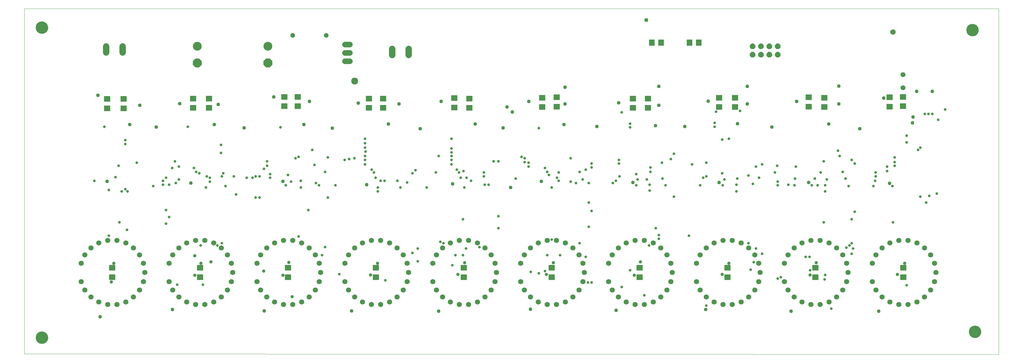
<source format=gbs>
G75*
%MOIN*%
%OFA0B0*%
%FSLAX25Y25*%
%IPPOS*%
%LPD*%
%AMOC8*
5,1,8,0,0,1.08239X$1,22.5*
%
%ADD10C,0.00000*%
%ADD11C,0.06200*%
%ADD12OC8,0.05400*%
%ADD13C,0.10600*%
%ADD14OC8,0.10600*%
%ADD15C,0.06600*%
%ADD16C,0.07650*%
%ADD17C,0.14773*%
%ADD18R,0.07687X0.06899*%
%ADD19R,0.06899X0.07698*%
%ADD20OC8,0.06600*%
%ADD21C,0.04362*%
%ADD22C,0.03300*%
%ADD23C,0.08277*%
%ADD24C,0.03969*%
%ADD25C,0.05915*%
%ADD26C,0.06506*%
%ADD27R,0.04362X0.04362*%
D10*
X0001500Y0002000D02*
X0001500Y0415201D01*
X1165421Y0415201D01*
X1165421Y0001500D01*
X0001500Y0002000D01*
X0015413Y0021500D02*
X0015415Y0021674D01*
X0015422Y0021848D01*
X0015432Y0022021D01*
X0015447Y0022195D01*
X0015466Y0022368D01*
X0015490Y0022540D01*
X0015517Y0022712D01*
X0015549Y0022883D01*
X0015585Y0023053D01*
X0015625Y0023222D01*
X0015670Y0023390D01*
X0015718Y0023557D01*
X0015771Y0023723D01*
X0015827Y0023888D01*
X0015888Y0024051D01*
X0015952Y0024212D01*
X0016021Y0024372D01*
X0016093Y0024530D01*
X0016170Y0024686D01*
X0016250Y0024841D01*
X0016334Y0024993D01*
X0016421Y0025143D01*
X0016513Y0025292D01*
X0016607Y0025437D01*
X0016706Y0025581D01*
X0016808Y0025722D01*
X0016913Y0025860D01*
X0017022Y0025996D01*
X0017134Y0026129D01*
X0017249Y0026259D01*
X0017367Y0026387D01*
X0017489Y0026511D01*
X0017613Y0026633D01*
X0017741Y0026751D01*
X0017871Y0026866D01*
X0018004Y0026978D01*
X0018140Y0027087D01*
X0018278Y0027192D01*
X0018419Y0027294D01*
X0018563Y0027393D01*
X0018708Y0027487D01*
X0018857Y0027579D01*
X0019007Y0027666D01*
X0019159Y0027750D01*
X0019314Y0027830D01*
X0019470Y0027907D01*
X0019628Y0027979D01*
X0019788Y0028048D01*
X0019949Y0028112D01*
X0020112Y0028173D01*
X0020277Y0028229D01*
X0020443Y0028282D01*
X0020610Y0028330D01*
X0020778Y0028375D01*
X0020947Y0028415D01*
X0021117Y0028451D01*
X0021288Y0028483D01*
X0021460Y0028510D01*
X0021632Y0028534D01*
X0021805Y0028553D01*
X0021979Y0028568D01*
X0022152Y0028578D01*
X0022326Y0028585D01*
X0022500Y0028587D01*
X0022674Y0028585D01*
X0022848Y0028578D01*
X0023021Y0028568D01*
X0023195Y0028553D01*
X0023368Y0028534D01*
X0023540Y0028510D01*
X0023712Y0028483D01*
X0023883Y0028451D01*
X0024053Y0028415D01*
X0024222Y0028375D01*
X0024390Y0028330D01*
X0024557Y0028282D01*
X0024723Y0028229D01*
X0024888Y0028173D01*
X0025051Y0028112D01*
X0025212Y0028048D01*
X0025372Y0027979D01*
X0025530Y0027907D01*
X0025686Y0027830D01*
X0025841Y0027750D01*
X0025993Y0027666D01*
X0026143Y0027579D01*
X0026292Y0027487D01*
X0026437Y0027393D01*
X0026581Y0027294D01*
X0026722Y0027192D01*
X0026860Y0027087D01*
X0026996Y0026978D01*
X0027129Y0026866D01*
X0027259Y0026751D01*
X0027387Y0026633D01*
X0027511Y0026511D01*
X0027633Y0026387D01*
X0027751Y0026259D01*
X0027866Y0026129D01*
X0027978Y0025996D01*
X0028087Y0025860D01*
X0028192Y0025722D01*
X0028294Y0025581D01*
X0028393Y0025437D01*
X0028487Y0025292D01*
X0028579Y0025143D01*
X0028666Y0024993D01*
X0028750Y0024841D01*
X0028830Y0024686D01*
X0028907Y0024530D01*
X0028979Y0024372D01*
X0029048Y0024212D01*
X0029112Y0024051D01*
X0029173Y0023888D01*
X0029229Y0023723D01*
X0029282Y0023557D01*
X0029330Y0023390D01*
X0029375Y0023222D01*
X0029415Y0023053D01*
X0029451Y0022883D01*
X0029483Y0022712D01*
X0029510Y0022540D01*
X0029534Y0022368D01*
X0029553Y0022195D01*
X0029568Y0022021D01*
X0029578Y0021848D01*
X0029585Y0021674D01*
X0029587Y0021500D01*
X0029585Y0021326D01*
X0029578Y0021152D01*
X0029568Y0020979D01*
X0029553Y0020805D01*
X0029534Y0020632D01*
X0029510Y0020460D01*
X0029483Y0020288D01*
X0029451Y0020117D01*
X0029415Y0019947D01*
X0029375Y0019778D01*
X0029330Y0019610D01*
X0029282Y0019443D01*
X0029229Y0019277D01*
X0029173Y0019112D01*
X0029112Y0018949D01*
X0029048Y0018788D01*
X0028979Y0018628D01*
X0028907Y0018470D01*
X0028830Y0018314D01*
X0028750Y0018159D01*
X0028666Y0018007D01*
X0028579Y0017857D01*
X0028487Y0017708D01*
X0028393Y0017563D01*
X0028294Y0017419D01*
X0028192Y0017278D01*
X0028087Y0017140D01*
X0027978Y0017004D01*
X0027866Y0016871D01*
X0027751Y0016741D01*
X0027633Y0016613D01*
X0027511Y0016489D01*
X0027387Y0016367D01*
X0027259Y0016249D01*
X0027129Y0016134D01*
X0026996Y0016022D01*
X0026860Y0015913D01*
X0026722Y0015808D01*
X0026581Y0015706D01*
X0026437Y0015607D01*
X0026292Y0015513D01*
X0026143Y0015421D01*
X0025993Y0015334D01*
X0025841Y0015250D01*
X0025686Y0015170D01*
X0025530Y0015093D01*
X0025372Y0015021D01*
X0025212Y0014952D01*
X0025051Y0014888D01*
X0024888Y0014827D01*
X0024723Y0014771D01*
X0024557Y0014718D01*
X0024390Y0014670D01*
X0024222Y0014625D01*
X0024053Y0014585D01*
X0023883Y0014549D01*
X0023712Y0014517D01*
X0023540Y0014490D01*
X0023368Y0014466D01*
X0023195Y0014447D01*
X0023021Y0014432D01*
X0022848Y0014422D01*
X0022674Y0014415D01*
X0022500Y0014413D01*
X0022326Y0014415D01*
X0022152Y0014422D01*
X0021979Y0014432D01*
X0021805Y0014447D01*
X0021632Y0014466D01*
X0021460Y0014490D01*
X0021288Y0014517D01*
X0021117Y0014549D01*
X0020947Y0014585D01*
X0020778Y0014625D01*
X0020610Y0014670D01*
X0020443Y0014718D01*
X0020277Y0014771D01*
X0020112Y0014827D01*
X0019949Y0014888D01*
X0019788Y0014952D01*
X0019628Y0015021D01*
X0019470Y0015093D01*
X0019314Y0015170D01*
X0019159Y0015250D01*
X0019007Y0015334D01*
X0018857Y0015421D01*
X0018708Y0015513D01*
X0018563Y0015607D01*
X0018419Y0015706D01*
X0018278Y0015808D01*
X0018140Y0015913D01*
X0018004Y0016022D01*
X0017871Y0016134D01*
X0017741Y0016249D01*
X0017613Y0016367D01*
X0017489Y0016489D01*
X0017367Y0016613D01*
X0017249Y0016741D01*
X0017134Y0016871D01*
X0017022Y0017004D01*
X0016913Y0017140D01*
X0016808Y0017278D01*
X0016706Y0017419D01*
X0016607Y0017563D01*
X0016513Y0017708D01*
X0016421Y0017857D01*
X0016334Y0018007D01*
X0016250Y0018159D01*
X0016170Y0018314D01*
X0016093Y0018470D01*
X0016021Y0018628D01*
X0015952Y0018788D01*
X0015888Y0018949D01*
X0015827Y0019112D01*
X0015771Y0019277D01*
X0015718Y0019443D01*
X0015670Y0019610D01*
X0015625Y0019778D01*
X0015585Y0019947D01*
X0015549Y0020117D01*
X0015517Y0020288D01*
X0015490Y0020460D01*
X0015466Y0020632D01*
X0015447Y0020805D01*
X0015432Y0020979D01*
X0015422Y0021152D01*
X0015415Y0021326D01*
X0015413Y0021500D01*
X0015413Y0392500D02*
X0015415Y0392674D01*
X0015422Y0392848D01*
X0015432Y0393021D01*
X0015447Y0393195D01*
X0015466Y0393368D01*
X0015490Y0393540D01*
X0015517Y0393712D01*
X0015549Y0393883D01*
X0015585Y0394053D01*
X0015625Y0394222D01*
X0015670Y0394390D01*
X0015718Y0394557D01*
X0015771Y0394723D01*
X0015827Y0394888D01*
X0015888Y0395051D01*
X0015952Y0395212D01*
X0016021Y0395372D01*
X0016093Y0395530D01*
X0016170Y0395686D01*
X0016250Y0395841D01*
X0016334Y0395993D01*
X0016421Y0396143D01*
X0016513Y0396292D01*
X0016607Y0396437D01*
X0016706Y0396581D01*
X0016808Y0396722D01*
X0016913Y0396860D01*
X0017022Y0396996D01*
X0017134Y0397129D01*
X0017249Y0397259D01*
X0017367Y0397387D01*
X0017489Y0397511D01*
X0017613Y0397633D01*
X0017741Y0397751D01*
X0017871Y0397866D01*
X0018004Y0397978D01*
X0018140Y0398087D01*
X0018278Y0398192D01*
X0018419Y0398294D01*
X0018563Y0398393D01*
X0018708Y0398487D01*
X0018857Y0398579D01*
X0019007Y0398666D01*
X0019159Y0398750D01*
X0019314Y0398830D01*
X0019470Y0398907D01*
X0019628Y0398979D01*
X0019788Y0399048D01*
X0019949Y0399112D01*
X0020112Y0399173D01*
X0020277Y0399229D01*
X0020443Y0399282D01*
X0020610Y0399330D01*
X0020778Y0399375D01*
X0020947Y0399415D01*
X0021117Y0399451D01*
X0021288Y0399483D01*
X0021460Y0399510D01*
X0021632Y0399534D01*
X0021805Y0399553D01*
X0021979Y0399568D01*
X0022152Y0399578D01*
X0022326Y0399585D01*
X0022500Y0399587D01*
X0022674Y0399585D01*
X0022848Y0399578D01*
X0023021Y0399568D01*
X0023195Y0399553D01*
X0023368Y0399534D01*
X0023540Y0399510D01*
X0023712Y0399483D01*
X0023883Y0399451D01*
X0024053Y0399415D01*
X0024222Y0399375D01*
X0024390Y0399330D01*
X0024557Y0399282D01*
X0024723Y0399229D01*
X0024888Y0399173D01*
X0025051Y0399112D01*
X0025212Y0399048D01*
X0025372Y0398979D01*
X0025530Y0398907D01*
X0025686Y0398830D01*
X0025841Y0398750D01*
X0025993Y0398666D01*
X0026143Y0398579D01*
X0026292Y0398487D01*
X0026437Y0398393D01*
X0026581Y0398294D01*
X0026722Y0398192D01*
X0026860Y0398087D01*
X0026996Y0397978D01*
X0027129Y0397866D01*
X0027259Y0397751D01*
X0027387Y0397633D01*
X0027511Y0397511D01*
X0027633Y0397387D01*
X0027751Y0397259D01*
X0027866Y0397129D01*
X0027978Y0396996D01*
X0028087Y0396860D01*
X0028192Y0396722D01*
X0028294Y0396581D01*
X0028393Y0396437D01*
X0028487Y0396292D01*
X0028579Y0396143D01*
X0028666Y0395993D01*
X0028750Y0395841D01*
X0028830Y0395686D01*
X0028907Y0395530D01*
X0028979Y0395372D01*
X0029048Y0395212D01*
X0029112Y0395051D01*
X0029173Y0394888D01*
X0029229Y0394723D01*
X0029282Y0394557D01*
X0029330Y0394390D01*
X0029375Y0394222D01*
X0029415Y0394053D01*
X0029451Y0393883D01*
X0029483Y0393712D01*
X0029510Y0393540D01*
X0029534Y0393368D01*
X0029553Y0393195D01*
X0029568Y0393021D01*
X0029578Y0392848D01*
X0029585Y0392674D01*
X0029587Y0392500D01*
X0029585Y0392326D01*
X0029578Y0392152D01*
X0029568Y0391979D01*
X0029553Y0391805D01*
X0029534Y0391632D01*
X0029510Y0391460D01*
X0029483Y0391288D01*
X0029451Y0391117D01*
X0029415Y0390947D01*
X0029375Y0390778D01*
X0029330Y0390610D01*
X0029282Y0390443D01*
X0029229Y0390277D01*
X0029173Y0390112D01*
X0029112Y0389949D01*
X0029048Y0389788D01*
X0028979Y0389628D01*
X0028907Y0389470D01*
X0028830Y0389314D01*
X0028750Y0389159D01*
X0028666Y0389007D01*
X0028579Y0388857D01*
X0028487Y0388708D01*
X0028393Y0388563D01*
X0028294Y0388419D01*
X0028192Y0388278D01*
X0028087Y0388140D01*
X0027978Y0388004D01*
X0027866Y0387871D01*
X0027751Y0387741D01*
X0027633Y0387613D01*
X0027511Y0387489D01*
X0027387Y0387367D01*
X0027259Y0387249D01*
X0027129Y0387134D01*
X0026996Y0387022D01*
X0026860Y0386913D01*
X0026722Y0386808D01*
X0026581Y0386706D01*
X0026437Y0386607D01*
X0026292Y0386513D01*
X0026143Y0386421D01*
X0025993Y0386334D01*
X0025841Y0386250D01*
X0025686Y0386170D01*
X0025530Y0386093D01*
X0025372Y0386021D01*
X0025212Y0385952D01*
X0025051Y0385888D01*
X0024888Y0385827D01*
X0024723Y0385771D01*
X0024557Y0385718D01*
X0024390Y0385670D01*
X0024222Y0385625D01*
X0024053Y0385585D01*
X0023883Y0385549D01*
X0023712Y0385517D01*
X0023540Y0385490D01*
X0023368Y0385466D01*
X0023195Y0385447D01*
X0023021Y0385432D01*
X0022848Y0385422D01*
X0022674Y0385415D01*
X0022500Y0385413D01*
X0022326Y0385415D01*
X0022152Y0385422D01*
X0021979Y0385432D01*
X0021805Y0385447D01*
X0021632Y0385466D01*
X0021460Y0385490D01*
X0021288Y0385517D01*
X0021117Y0385549D01*
X0020947Y0385585D01*
X0020778Y0385625D01*
X0020610Y0385670D01*
X0020443Y0385718D01*
X0020277Y0385771D01*
X0020112Y0385827D01*
X0019949Y0385888D01*
X0019788Y0385952D01*
X0019628Y0386021D01*
X0019470Y0386093D01*
X0019314Y0386170D01*
X0019159Y0386250D01*
X0019007Y0386334D01*
X0018857Y0386421D01*
X0018708Y0386513D01*
X0018563Y0386607D01*
X0018419Y0386706D01*
X0018278Y0386808D01*
X0018140Y0386913D01*
X0018004Y0387022D01*
X0017871Y0387134D01*
X0017741Y0387249D01*
X0017613Y0387367D01*
X0017489Y0387489D01*
X0017367Y0387613D01*
X0017249Y0387741D01*
X0017134Y0387871D01*
X0017022Y0388004D01*
X0016913Y0388140D01*
X0016808Y0388278D01*
X0016706Y0388419D01*
X0016607Y0388563D01*
X0016513Y0388708D01*
X0016421Y0388857D01*
X0016334Y0389007D01*
X0016250Y0389159D01*
X0016170Y0389314D01*
X0016093Y0389470D01*
X0016021Y0389628D01*
X0015952Y0389788D01*
X0015888Y0389949D01*
X0015827Y0390112D01*
X0015771Y0390277D01*
X0015718Y0390443D01*
X0015670Y0390610D01*
X0015625Y0390778D01*
X0015585Y0390947D01*
X0015549Y0391117D01*
X0015517Y0391288D01*
X0015490Y0391460D01*
X0015466Y0391632D01*
X0015447Y0391805D01*
X0015432Y0391979D01*
X0015422Y0392152D01*
X0015415Y0392326D01*
X0015413Y0392500D01*
X1126913Y0389500D02*
X1126915Y0389674D01*
X1126922Y0389848D01*
X1126932Y0390021D01*
X1126947Y0390195D01*
X1126966Y0390368D01*
X1126990Y0390540D01*
X1127017Y0390712D01*
X1127049Y0390883D01*
X1127085Y0391053D01*
X1127125Y0391222D01*
X1127170Y0391390D01*
X1127218Y0391557D01*
X1127271Y0391723D01*
X1127327Y0391888D01*
X1127388Y0392051D01*
X1127452Y0392212D01*
X1127521Y0392372D01*
X1127593Y0392530D01*
X1127670Y0392686D01*
X1127750Y0392841D01*
X1127834Y0392993D01*
X1127921Y0393143D01*
X1128013Y0393292D01*
X1128107Y0393437D01*
X1128206Y0393581D01*
X1128308Y0393722D01*
X1128413Y0393860D01*
X1128522Y0393996D01*
X1128634Y0394129D01*
X1128749Y0394259D01*
X1128867Y0394387D01*
X1128989Y0394511D01*
X1129113Y0394633D01*
X1129241Y0394751D01*
X1129371Y0394866D01*
X1129504Y0394978D01*
X1129640Y0395087D01*
X1129778Y0395192D01*
X1129919Y0395294D01*
X1130063Y0395393D01*
X1130208Y0395487D01*
X1130357Y0395579D01*
X1130507Y0395666D01*
X1130659Y0395750D01*
X1130814Y0395830D01*
X1130970Y0395907D01*
X1131128Y0395979D01*
X1131288Y0396048D01*
X1131449Y0396112D01*
X1131612Y0396173D01*
X1131777Y0396229D01*
X1131943Y0396282D01*
X1132110Y0396330D01*
X1132278Y0396375D01*
X1132447Y0396415D01*
X1132617Y0396451D01*
X1132788Y0396483D01*
X1132960Y0396510D01*
X1133132Y0396534D01*
X1133305Y0396553D01*
X1133479Y0396568D01*
X1133652Y0396578D01*
X1133826Y0396585D01*
X1134000Y0396587D01*
X1134174Y0396585D01*
X1134348Y0396578D01*
X1134521Y0396568D01*
X1134695Y0396553D01*
X1134868Y0396534D01*
X1135040Y0396510D01*
X1135212Y0396483D01*
X1135383Y0396451D01*
X1135553Y0396415D01*
X1135722Y0396375D01*
X1135890Y0396330D01*
X1136057Y0396282D01*
X1136223Y0396229D01*
X1136388Y0396173D01*
X1136551Y0396112D01*
X1136712Y0396048D01*
X1136872Y0395979D01*
X1137030Y0395907D01*
X1137186Y0395830D01*
X1137341Y0395750D01*
X1137493Y0395666D01*
X1137643Y0395579D01*
X1137792Y0395487D01*
X1137937Y0395393D01*
X1138081Y0395294D01*
X1138222Y0395192D01*
X1138360Y0395087D01*
X1138496Y0394978D01*
X1138629Y0394866D01*
X1138759Y0394751D01*
X1138887Y0394633D01*
X1139011Y0394511D01*
X1139133Y0394387D01*
X1139251Y0394259D01*
X1139366Y0394129D01*
X1139478Y0393996D01*
X1139587Y0393860D01*
X1139692Y0393722D01*
X1139794Y0393581D01*
X1139893Y0393437D01*
X1139987Y0393292D01*
X1140079Y0393143D01*
X1140166Y0392993D01*
X1140250Y0392841D01*
X1140330Y0392686D01*
X1140407Y0392530D01*
X1140479Y0392372D01*
X1140548Y0392212D01*
X1140612Y0392051D01*
X1140673Y0391888D01*
X1140729Y0391723D01*
X1140782Y0391557D01*
X1140830Y0391390D01*
X1140875Y0391222D01*
X1140915Y0391053D01*
X1140951Y0390883D01*
X1140983Y0390712D01*
X1141010Y0390540D01*
X1141034Y0390368D01*
X1141053Y0390195D01*
X1141068Y0390021D01*
X1141078Y0389848D01*
X1141085Y0389674D01*
X1141087Y0389500D01*
X1141085Y0389326D01*
X1141078Y0389152D01*
X1141068Y0388979D01*
X1141053Y0388805D01*
X1141034Y0388632D01*
X1141010Y0388460D01*
X1140983Y0388288D01*
X1140951Y0388117D01*
X1140915Y0387947D01*
X1140875Y0387778D01*
X1140830Y0387610D01*
X1140782Y0387443D01*
X1140729Y0387277D01*
X1140673Y0387112D01*
X1140612Y0386949D01*
X1140548Y0386788D01*
X1140479Y0386628D01*
X1140407Y0386470D01*
X1140330Y0386314D01*
X1140250Y0386159D01*
X1140166Y0386007D01*
X1140079Y0385857D01*
X1139987Y0385708D01*
X1139893Y0385563D01*
X1139794Y0385419D01*
X1139692Y0385278D01*
X1139587Y0385140D01*
X1139478Y0385004D01*
X1139366Y0384871D01*
X1139251Y0384741D01*
X1139133Y0384613D01*
X1139011Y0384489D01*
X1138887Y0384367D01*
X1138759Y0384249D01*
X1138629Y0384134D01*
X1138496Y0384022D01*
X1138360Y0383913D01*
X1138222Y0383808D01*
X1138081Y0383706D01*
X1137937Y0383607D01*
X1137792Y0383513D01*
X1137643Y0383421D01*
X1137493Y0383334D01*
X1137341Y0383250D01*
X1137186Y0383170D01*
X1137030Y0383093D01*
X1136872Y0383021D01*
X1136712Y0382952D01*
X1136551Y0382888D01*
X1136388Y0382827D01*
X1136223Y0382771D01*
X1136057Y0382718D01*
X1135890Y0382670D01*
X1135722Y0382625D01*
X1135553Y0382585D01*
X1135383Y0382549D01*
X1135212Y0382517D01*
X1135040Y0382490D01*
X1134868Y0382466D01*
X1134695Y0382447D01*
X1134521Y0382432D01*
X1134348Y0382422D01*
X1134174Y0382415D01*
X1134000Y0382413D01*
X1133826Y0382415D01*
X1133652Y0382422D01*
X1133479Y0382432D01*
X1133305Y0382447D01*
X1133132Y0382466D01*
X1132960Y0382490D01*
X1132788Y0382517D01*
X1132617Y0382549D01*
X1132447Y0382585D01*
X1132278Y0382625D01*
X1132110Y0382670D01*
X1131943Y0382718D01*
X1131777Y0382771D01*
X1131612Y0382827D01*
X1131449Y0382888D01*
X1131288Y0382952D01*
X1131128Y0383021D01*
X1130970Y0383093D01*
X1130814Y0383170D01*
X1130659Y0383250D01*
X1130507Y0383334D01*
X1130357Y0383421D01*
X1130208Y0383513D01*
X1130063Y0383607D01*
X1129919Y0383706D01*
X1129778Y0383808D01*
X1129640Y0383913D01*
X1129504Y0384022D01*
X1129371Y0384134D01*
X1129241Y0384249D01*
X1129113Y0384367D01*
X1128989Y0384489D01*
X1128867Y0384613D01*
X1128749Y0384741D01*
X1128634Y0384871D01*
X1128522Y0385004D01*
X1128413Y0385140D01*
X1128308Y0385278D01*
X1128206Y0385419D01*
X1128107Y0385563D01*
X1128013Y0385708D01*
X1127921Y0385857D01*
X1127834Y0386007D01*
X1127750Y0386159D01*
X1127670Y0386314D01*
X1127593Y0386470D01*
X1127521Y0386628D01*
X1127452Y0386788D01*
X1127388Y0386949D01*
X1127327Y0387112D01*
X1127271Y0387277D01*
X1127218Y0387443D01*
X1127170Y0387610D01*
X1127125Y0387778D01*
X1127085Y0387947D01*
X1127049Y0388117D01*
X1127017Y0388288D01*
X1126990Y0388460D01*
X1126966Y0388632D01*
X1126947Y0388805D01*
X1126932Y0388979D01*
X1126922Y0389152D01*
X1126915Y0389326D01*
X1126913Y0389500D01*
X1129913Y0028500D02*
X1129915Y0028674D01*
X1129922Y0028848D01*
X1129932Y0029021D01*
X1129947Y0029195D01*
X1129966Y0029368D01*
X1129990Y0029540D01*
X1130017Y0029712D01*
X1130049Y0029883D01*
X1130085Y0030053D01*
X1130125Y0030222D01*
X1130170Y0030390D01*
X1130218Y0030557D01*
X1130271Y0030723D01*
X1130327Y0030888D01*
X1130388Y0031051D01*
X1130452Y0031212D01*
X1130521Y0031372D01*
X1130593Y0031530D01*
X1130670Y0031686D01*
X1130750Y0031841D01*
X1130834Y0031993D01*
X1130921Y0032143D01*
X1131013Y0032292D01*
X1131107Y0032437D01*
X1131206Y0032581D01*
X1131308Y0032722D01*
X1131413Y0032860D01*
X1131522Y0032996D01*
X1131634Y0033129D01*
X1131749Y0033259D01*
X1131867Y0033387D01*
X1131989Y0033511D01*
X1132113Y0033633D01*
X1132241Y0033751D01*
X1132371Y0033866D01*
X1132504Y0033978D01*
X1132640Y0034087D01*
X1132778Y0034192D01*
X1132919Y0034294D01*
X1133063Y0034393D01*
X1133208Y0034487D01*
X1133357Y0034579D01*
X1133507Y0034666D01*
X1133659Y0034750D01*
X1133814Y0034830D01*
X1133970Y0034907D01*
X1134128Y0034979D01*
X1134288Y0035048D01*
X1134449Y0035112D01*
X1134612Y0035173D01*
X1134777Y0035229D01*
X1134943Y0035282D01*
X1135110Y0035330D01*
X1135278Y0035375D01*
X1135447Y0035415D01*
X1135617Y0035451D01*
X1135788Y0035483D01*
X1135960Y0035510D01*
X1136132Y0035534D01*
X1136305Y0035553D01*
X1136479Y0035568D01*
X1136652Y0035578D01*
X1136826Y0035585D01*
X1137000Y0035587D01*
X1137174Y0035585D01*
X1137348Y0035578D01*
X1137521Y0035568D01*
X1137695Y0035553D01*
X1137868Y0035534D01*
X1138040Y0035510D01*
X1138212Y0035483D01*
X1138383Y0035451D01*
X1138553Y0035415D01*
X1138722Y0035375D01*
X1138890Y0035330D01*
X1139057Y0035282D01*
X1139223Y0035229D01*
X1139388Y0035173D01*
X1139551Y0035112D01*
X1139712Y0035048D01*
X1139872Y0034979D01*
X1140030Y0034907D01*
X1140186Y0034830D01*
X1140341Y0034750D01*
X1140493Y0034666D01*
X1140643Y0034579D01*
X1140792Y0034487D01*
X1140937Y0034393D01*
X1141081Y0034294D01*
X1141222Y0034192D01*
X1141360Y0034087D01*
X1141496Y0033978D01*
X1141629Y0033866D01*
X1141759Y0033751D01*
X1141887Y0033633D01*
X1142011Y0033511D01*
X1142133Y0033387D01*
X1142251Y0033259D01*
X1142366Y0033129D01*
X1142478Y0032996D01*
X1142587Y0032860D01*
X1142692Y0032722D01*
X1142794Y0032581D01*
X1142893Y0032437D01*
X1142987Y0032292D01*
X1143079Y0032143D01*
X1143166Y0031993D01*
X1143250Y0031841D01*
X1143330Y0031686D01*
X1143407Y0031530D01*
X1143479Y0031372D01*
X1143548Y0031212D01*
X1143612Y0031051D01*
X1143673Y0030888D01*
X1143729Y0030723D01*
X1143782Y0030557D01*
X1143830Y0030390D01*
X1143875Y0030222D01*
X1143915Y0030053D01*
X1143951Y0029883D01*
X1143983Y0029712D01*
X1144010Y0029540D01*
X1144034Y0029368D01*
X1144053Y0029195D01*
X1144068Y0029021D01*
X1144078Y0028848D01*
X1144085Y0028674D01*
X1144087Y0028500D01*
X1144085Y0028326D01*
X1144078Y0028152D01*
X1144068Y0027979D01*
X1144053Y0027805D01*
X1144034Y0027632D01*
X1144010Y0027460D01*
X1143983Y0027288D01*
X1143951Y0027117D01*
X1143915Y0026947D01*
X1143875Y0026778D01*
X1143830Y0026610D01*
X1143782Y0026443D01*
X1143729Y0026277D01*
X1143673Y0026112D01*
X1143612Y0025949D01*
X1143548Y0025788D01*
X1143479Y0025628D01*
X1143407Y0025470D01*
X1143330Y0025314D01*
X1143250Y0025159D01*
X1143166Y0025007D01*
X1143079Y0024857D01*
X1142987Y0024708D01*
X1142893Y0024563D01*
X1142794Y0024419D01*
X1142692Y0024278D01*
X1142587Y0024140D01*
X1142478Y0024004D01*
X1142366Y0023871D01*
X1142251Y0023741D01*
X1142133Y0023613D01*
X1142011Y0023489D01*
X1141887Y0023367D01*
X1141759Y0023249D01*
X1141629Y0023134D01*
X1141496Y0023022D01*
X1141360Y0022913D01*
X1141222Y0022808D01*
X1141081Y0022706D01*
X1140937Y0022607D01*
X1140792Y0022513D01*
X1140643Y0022421D01*
X1140493Y0022334D01*
X1140341Y0022250D01*
X1140186Y0022170D01*
X1140030Y0022093D01*
X1139872Y0022021D01*
X1139712Y0021952D01*
X1139551Y0021888D01*
X1139388Y0021827D01*
X1139223Y0021771D01*
X1139057Y0021718D01*
X1138890Y0021670D01*
X1138722Y0021625D01*
X1138553Y0021585D01*
X1138383Y0021549D01*
X1138212Y0021517D01*
X1138040Y0021490D01*
X1137868Y0021466D01*
X1137695Y0021447D01*
X1137521Y0021432D01*
X1137348Y0021422D01*
X1137174Y0021415D01*
X1137000Y0021413D01*
X1136826Y0021415D01*
X1136652Y0021422D01*
X1136479Y0021432D01*
X1136305Y0021447D01*
X1136132Y0021466D01*
X1135960Y0021490D01*
X1135788Y0021517D01*
X1135617Y0021549D01*
X1135447Y0021585D01*
X1135278Y0021625D01*
X1135110Y0021670D01*
X1134943Y0021718D01*
X1134777Y0021771D01*
X1134612Y0021827D01*
X1134449Y0021888D01*
X1134288Y0021952D01*
X1134128Y0022021D01*
X1133970Y0022093D01*
X1133814Y0022170D01*
X1133659Y0022250D01*
X1133507Y0022334D01*
X1133357Y0022421D01*
X1133208Y0022513D01*
X1133063Y0022607D01*
X1132919Y0022706D01*
X1132778Y0022808D01*
X1132640Y0022913D01*
X1132504Y0023022D01*
X1132371Y0023134D01*
X1132241Y0023249D01*
X1132113Y0023367D01*
X1131989Y0023489D01*
X1131867Y0023613D01*
X1131749Y0023741D01*
X1131634Y0023871D01*
X1131522Y0024004D01*
X1131413Y0024140D01*
X1131308Y0024278D01*
X1131206Y0024419D01*
X1131107Y0024563D01*
X1131013Y0024708D01*
X1130921Y0024857D01*
X1130834Y0025007D01*
X1130750Y0025159D01*
X1130670Y0025314D01*
X1130593Y0025470D01*
X1130521Y0025628D01*
X1130452Y0025788D01*
X1130388Y0025949D01*
X1130327Y0026112D01*
X1130271Y0026277D01*
X1130218Y0026443D01*
X1130170Y0026610D01*
X1130125Y0026778D01*
X1130085Y0026947D01*
X1130049Y0027117D01*
X1130017Y0027288D01*
X1129990Y0027460D01*
X1129966Y0027632D01*
X1129947Y0027805D01*
X1129932Y0027979D01*
X1129922Y0028152D01*
X1129915Y0028326D01*
X1129913Y0028500D01*
D11*
X1057019Y0061114D03*
X1045981Y0061114D03*
X1035390Y0064224D03*
X1026104Y0070192D03*
X1018876Y0078533D03*
X1014290Y0088574D03*
X0983710Y0088574D03*
X0985281Y0099500D03*
X0983710Y0110426D03*
X0979124Y0120467D03*
X0971896Y0128808D03*
X0962610Y0134776D03*
X0952019Y0137886D03*
X0940981Y0137886D03*
X0930390Y0134776D03*
X0921104Y0128808D03*
X0913876Y0120467D03*
X0909290Y0110426D03*
X0878710Y0110426D03*
X0874124Y0120467D03*
X0866896Y0128808D03*
X0857610Y0134776D03*
X0847019Y0137886D03*
X0835981Y0137886D03*
X0825390Y0134776D03*
X0816104Y0128808D03*
X0808876Y0120467D03*
X0804290Y0110426D03*
X0773710Y0110426D03*
X0769124Y0120467D03*
X0761896Y0128808D03*
X0752610Y0134776D03*
X0742019Y0137886D03*
X0730981Y0137886D03*
X0720390Y0134776D03*
X0711104Y0128808D03*
X0703876Y0120467D03*
X0699290Y0110426D03*
X0668710Y0110426D03*
X0664124Y0120467D03*
X0656896Y0128808D03*
X0647610Y0134776D03*
X0637019Y0137886D03*
X0625981Y0137886D03*
X0615390Y0134776D03*
X0606104Y0128808D03*
X0598876Y0120467D03*
X0594290Y0110426D03*
X0563710Y0110426D03*
X0559124Y0120467D03*
X0551896Y0128808D03*
X0542610Y0134776D03*
X0532019Y0137886D03*
X0520981Y0137886D03*
X0510390Y0134776D03*
X0501104Y0128808D03*
X0493876Y0120467D03*
X0489290Y0110426D03*
X0458710Y0110426D03*
X0454124Y0120467D03*
X0446896Y0128808D03*
X0437610Y0134776D03*
X0427019Y0137886D03*
X0415981Y0137886D03*
X0405390Y0134776D03*
X0396104Y0128808D03*
X0388876Y0120467D03*
X0384290Y0110426D03*
X0353710Y0110426D03*
X0349124Y0120467D03*
X0341896Y0128808D03*
X0332610Y0134776D03*
X0322019Y0137886D03*
X0310981Y0137886D03*
X0300390Y0134776D03*
X0291104Y0128808D03*
X0283876Y0120467D03*
X0279290Y0110426D03*
X0248710Y0110426D03*
X0244124Y0120467D03*
X0236896Y0128808D03*
X0227610Y0134776D03*
X0217019Y0137886D03*
X0205981Y0137886D03*
X0195390Y0134776D03*
X0186104Y0128808D03*
X0178876Y0120467D03*
X0174290Y0110426D03*
X0143710Y0110426D03*
X0139124Y0120467D03*
X0131896Y0128808D03*
X0122610Y0134776D03*
X0112019Y0137886D03*
X0100981Y0137886D03*
X0090390Y0134776D03*
X0081104Y0128808D03*
X0073876Y0120467D03*
X0069290Y0110426D03*
X0069290Y0088574D03*
X0073876Y0078533D03*
X0081104Y0070192D03*
X0090390Y0064224D03*
X0100981Y0061114D03*
X0112019Y0061114D03*
X0122610Y0064224D03*
X0131896Y0070192D03*
X0139124Y0078533D03*
X0143710Y0088574D03*
X0145281Y0099500D03*
X0174290Y0088574D03*
X0178876Y0078533D03*
X0186104Y0070192D03*
X0195390Y0064224D03*
X0205981Y0061114D03*
X0217019Y0061114D03*
X0227610Y0064224D03*
X0236896Y0070192D03*
X0244124Y0078533D03*
X0248710Y0088574D03*
X0250281Y0099500D03*
X0279290Y0088574D03*
X0283876Y0078533D03*
X0291104Y0070192D03*
X0300390Y0064224D03*
X0310981Y0061114D03*
X0322019Y0061114D03*
X0332610Y0064224D03*
X0341896Y0070192D03*
X0349124Y0078533D03*
X0353710Y0088574D03*
X0355281Y0099500D03*
X0384290Y0088574D03*
X0388876Y0078533D03*
X0396104Y0070192D03*
X0405390Y0064224D03*
X0415981Y0061114D03*
X0427019Y0061114D03*
X0437610Y0064224D03*
X0446896Y0070192D03*
X0454124Y0078533D03*
X0458710Y0088574D03*
X0460281Y0099500D03*
X0489290Y0088574D03*
X0493876Y0078533D03*
X0501104Y0070192D03*
X0510390Y0064224D03*
X0520981Y0061114D03*
X0532019Y0061114D03*
X0542610Y0064224D03*
X0551896Y0070192D03*
X0559124Y0078533D03*
X0563710Y0088574D03*
X0565281Y0099500D03*
X0594290Y0088574D03*
X0598876Y0078533D03*
X0606104Y0070192D03*
X0615390Y0064224D03*
X0625981Y0061114D03*
X0637019Y0061114D03*
X0647610Y0064224D03*
X0656896Y0070192D03*
X0664124Y0078533D03*
X0668710Y0088574D03*
X0670281Y0099500D03*
X0699290Y0088574D03*
X0703876Y0078533D03*
X0711104Y0070192D03*
X0720390Y0064224D03*
X0730981Y0061114D03*
X0742019Y0061114D03*
X0752610Y0064224D03*
X0761896Y0070192D03*
X0769124Y0078533D03*
X0773710Y0088574D03*
X0775281Y0099500D03*
X0804290Y0088574D03*
X0808876Y0078533D03*
X0816104Y0070192D03*
X0825390Y0064224D03*
X0835981Y0061114D03*
X0847019Y0061114D03*
X0857610Y0064224D03*
X0866896Y0070192D03*
X0874124Y0078533D03*
X0878710Y0088574D03*
X0880281Y0099500D03*
X0909290Y0088574D03*
X0913876Y0078533D03*
X0921104Y0070192D03*
X0930390Y0064224D03*
X0940981Y0061114D03*
X0952019Y0061114D03*
X0962610Y0064224D03*
X0971896Y0070192D03*
X0979124Y0078533D03*
X1014290Y0110426D03*
X1018876Y0120467D03*
X1026104Y0128808D03*
X1035390Y0134776D03*
X1045981Y0137886D03*
X1057019Y0137886D03*
X1067610Y0134776D03*
X1076896Y0128808D03*
X1084124Y0120467D03*
X1088710Y0110426D03*
X1090281Y0099500D03*
X1088710Y0088574D03*
X1084124Y0078533D03*
X1076896Y0070192D03*
X1067610Y0064224D03*
D12*
X0362000Y0383000D03*
X0322000Y0383000D03*
D13*
X0292500Y0370000D03*
X0208000Y0370000D03*
D14*
X0208000Y0350000D03*
X0292500Y0350000D03*
D15*
X0384500Y0352000D02*
X0390500Y0352000D01*
X0390500Y0362000D02*
X0384500Y0362000D01*
X0384500Y0372000D02*
X0390500Y0372000D01*
D16*
X0440657Y0367025D02*
X0440657Y0359975D01*
X0460343Y0359975D02*
X0460343Y0367025D01*
X0118843Y0370025D02*
X0118843Y0362975D01*
X0099157Y0362975D02*
X0099157Y0370025D01*
D17*
X0022500Y0392500D03*
X0022500Y0021500D03*
X1137000Y0028500D03*
X1134000Y0389500D03*
D18*
X1051000Y0309512D03*
X1035000Y0309012D03*
X1035000Y0297988D03*
X1051000Y0298488D03*
X0957000Y0297488D03*
X0957000Y0308512D03*
X0938500Y0309012D03*
X0938500Y0297988D03*
X0850500Y0297488D03*
X0831500Y0297488D03*
X0831500Y0308512D03*
X0850500Y0308512D03*
X0746500Y0307512D03*
X0728500Y0307512D03*
X0728500Y0296488D03*
X0746500Y0296488D03*
X0637500Y0297988D03*
X0620000Y0297488D03*
X0620000Y0308512D03*
X0637500Y0309012D03*
X0533000Y0307512D03*
X0515000Y0308012D03*
X0515000Y0296988D03*
X0533000Y0296488D03*
X0430000Y0296488D03*
X0413000Y0296488D03*
X0413000Y0307512D03*
X0430000Y0307512D03*
X0328000Y0309512D03*
X0312000Y0309512D03*
X0312000Y0298488D03*
X0328000Y0298488D03*
X0222000Y0296488D03*
X0222000Y0307512D03*
X0203000Y0307512D03*
X0203000Y0296488D03*
X0120000Y0295988D03*
X0100500Y0295988D03*
X0100500Y0307012D03*
X0120000Y0307012D03*
X0106500Y0105012D03*
X0106500Y0093988D03*
X0211500Y0093988D03*
X0211500Y0105012D03*
X0316500Y0105012D03*
X0316500Y0093988D03*
X0421500Y0093988D03*
X0421500Y0105012D03*
X0526500Y0105012D03*
X0526500Y0093988D03*
X0631500Y0093988D03*
X0631500Y0105012D03*
X0736500Y0105012D03*
X0736500Y0093988D03*
X0841500Y0093988D03*
X0841500Y0105012D03*
X0946500Y0105012D03*
X0946500Y0093988D03*
X1051500Y0093988D03*
X1051500Y0105012D03*
D19*
X0807098Y0374500D03*
X0795902Y0374500D03*
X0762098Y0374500D03*
X0750902Y0374500D03*
D20*
X0871500Y0370000D03*
X0881500Y0370000D03*
X0891500Y0370000D03*
X0901500Y0370000D03*
X0901500Y0360000D03*
X0891500Y0360000D03*
X0881500Y0360000D03*
X0871500Y0360000D03*
D21*
X0865000Y0322000D03*
X0818500Y0304500D03*
X0865000Y0301000D03*
X0924000Y0304000D03*
X0974500Y0301000D03*
X0974500Y0322500D03*
X1028000Y0308000D03*
X1067500Y0316000D03*
X1086000Y0316000D03*
X1063000Y0285500D03*
X1062500Y0278500D03*
X0999500Y0271500D03*
X0962500Y0277000D03*
X0894500Y0273500D03*
X0853500Y0277500D03*
X0790500Y0274000D03*
X0755500Y0275000D03*
X0759500Y0299500D03*
X0711500Y0302500D03*
X0759500Y0322000D03*
X0647500Y0321000D03*
X0647500Y0301000D03*
X0604000Y0304000D03*
X0578000Y0297500D03*
X0584500Y0291500D03*
X0573500Y0272500D03*
X0540000Y0277000D03*
X0499500Y0304000D03*
X0449000Y0301000D03*
X0400500Y0302000D03*
X0342000Y0304000D03*
X0299500Y0309500D03*
X0233000Y0300500D03*
X0187000Y0301500D03*
X0139500Y0299500D03*
X0089500Y0311500D03*
X0127500Y0276500D03*
X0159000Y0273500D03*
X0228500Y0276500D03*
X0264000Y0272500D03*
X0335500Y0276500D03*
X0369500Y0272000D03*
X0436500Y0277000D03*
X0474500Y0271500D03*
X0619000Y0208500D03*
X0582500Y0201000D03*
X0513000Y0205500D03*
X0410500Y0204500D03*
X0310500Y0208500D03*
X0200500Y0206500D03*
X0100500Y0208500D03*
X0178500Y0055000D03*
X0092000Y0046500D03*
X0288000Y0053500D03*
X0392500Y0053500D03*
X0496500Y0053000D03*
X0606000Y0055500D03*
X0708500Y0054000D03*
X0815500Y0055000D03*
X0917500Y0053000D03*
X1022000Y0053000D03*
X1035000Y0206000D03*
X0938500Y0207000D03*
X0831500Y0207000D03*
X0728500Y0207000D03*
X0685500Y0274000D03*
X0646000Y0276500D03*
D22*
X0616200Y0272100D03*
X0595500Y0237900D03*
X0599100Y0236100D03*
X0599100Y0231600D03*
X0603600Y0230700D03*
X0603600Y0226200D03*
X0623400Y0224400D03*
X0626100Y0219900D03*
X0627900Y0216300D03*
X0637800Y0212700D03*
X0639600Y0209100D03*
X0639600Y0219000D03*
X0664800Y0219900D03*
X0672000Y0222600D03*
X0679200Y0225300D03*
X0679200Y0229800D03*
X0654000Y0236100D03*
X0711600Y0234300D03*
X0711600Y0229800D03*
X0732300Y0217200D03*
X0712500Y0214500D03*
X0708000Y0209100D03*
X0704400Y0206400D03*
X0732300Y0203700D03*
X0734100Y0210900D03*
X0744900Y0210900D03*
X0748500Y0204600D03*
X0763800Y0211800D03*
X0767400Y0203700D03*
X0748500Y0197400D03*
X0777300Y0190200D03*
X0808800Y0203700D03*
X0835800Y0203700D03*
X0837600Y0210900D03*
X0834900Y0218100D03*
X0852900Y0211800D03*
X0852000Y0204600D03*
X0871800Y0205500D03*
X0879000Y0212700D03*
X0866400Y0215400D03*
X0897900Y0219000D03*
X0900600Y0227100D03*
X0882600Y0228900D03*
X0875400Y0226200D03*
X0923100Y0226200D03*
X0952800Y0219000D03*
X0945600Y0211800D03*
X0960000Y0210900D03*
X0958200Y0203700D03*
X0958200Y0196500D03*
X0949200Y0203700D03*
X0942000Y0203700D03*
X0921300Y0203700D03*
X0914100Y0204600D03*
X0922200Y0211800D03*
X0901500Y0208200D03*
X0901500Y0203700D03*
X0852000Y0196500D03*
X0816000Y0214500D03*
X0812400Y0212700D03*
X0798900Y0228900D03*
X0816000Y0230700D03*
X0777300Y0241500D03*
X0773700Y0235200D03*
X0762900Y0230700D03*
X0749400Y0225300D03*
X0749400Y0219900D03*
X0675600Y0206400D03*
X0668400Y0210900D03*
X0660300Y0206400D03*
X0654000Y0208200D03*
X0631500Y0201000D03*
X0588300Y0211800D03*
X0555900Y0204600D03*
X0551400Y0204600D03*
X0550500Y0214500D03*
X0550500Y0219000D03*
X0535200Y0209100D03*
X0529800Y0212700D03*
X0522600Y0212700D03*
X0520800Y0219000D03*
X0518100Y0222600D03*
X0526200Y0220800D03*
X0511800Y0228900D03*
X0511800Y0234300D03*
X0511800Y0238800D03*
X0511800Y0243300D03*
X0511800Y0247800D03*
X0496500Y0238800D03*
X0468600Y0221700D03*
X0465000Y0218100D03*
X0447000Y0209100D03*
X0458700Y0207300D03*
X0450600Y0201000D03*
X0431700Y0209100D03*
X0427200Y0209100D03*
X0420900Y0212700D03*
X0419100Y0219000D03*
X0416400Y0222600D03*
X0408300Y0228900D03*
X0408300Y0234300D03*
X0408300Y0238800D03*
X0409200Y0244200D03*
X0408300Y0248700D03*
X0408300Y0254100D03*
X0408300Y0259500D03*
X0345300Y0246000D03*
X0329100Y0237900D03*
X0325500Y0236100D03*
X0348000Y0228000D03*
X0360600Y0219900D03*
X0331800Y0209100D03*
X0320100Y0208200D03*
X0313800Y0203700D03*
X0331800Y0201000D03*
X0349800Y0206400D03*
X0353400Y0203700D03*
X0373200Y0203700D03*
X0364200Y0189300D03*
X0340800Y0174000D03*
X0282300Y0189300D03*
X0277800Y0189300D03*
X0254400Y0192900D03*
X0241800Y0202800D03*
X0222900Y0208200D03*
X0218400Y0201000D03*
X0222900Y0212700D03*
X0219300Y0214500D03*
X0210300Y0218100D03*
X0206700Y0219900D03*
X0204000Y0224400D03*
X0186000Y0226200D03*
X0181500Y0232500D03*
X0177900Y0224400D03*
X0170700Y0212700D03*
X0167100Y0209100D03*
X0167100Y0204600D03*
X0174300Y0204600D03*
X0182400Y0206400D03*
X0186000Y0210900D03*
X0155400Y0202800D03*
X0124800Y0196500D03*
X0122100Y0199200D03*
X0117600Y0196500D03*
X0102300Y0198300D03*
X0085200Y0209100D03*
X0110400Y0213600D03*
X0114000Y0227100D03*
X0135600Y0230700D03*
X0122100Y0253200D03*
X0122100Y0257700D03*
X0096900Y0273900D03*
X0196800Y0273900D03*
X0236400Y0252300D03*
X0236400Y0242400D03*
X0291300Y0232500D03*
X0291300Y0227100D03*
X0287700Y0223500D03*
X0294900Y0217200D03*
X0294900Y0212700D03*
X0282300Y0214500D03*
X0277800Y0214500D03*
X0274200Y0212700D03*
X0267000Y0212700D03*
X0251700Y0214500D03*
X0239100Y0218100D03*
X0237300Y0214500D03*
X0316500Y0216300D03*
X0364200Y0237000D03*
X0384000Y0234300D03*
X0389400Y0235200D03*
X0395700Y0236100D03*
X0423600Y0201000D03*
X0423600Y0196500D03*
X0482100Y0201000D03*
X0492900Y0219000D03*
X0527100Y0201000D03*
X0562200Y0232500D03*
X0567600Y0232500D03*
X0511800Y0259500D03*
X0307500Y0273000D03*
X0170700Y0174000D03*
X0174300Y0165900D03*
X0170700Y0157800D03*
X0123900Y0150600D03*
X0114900Y0159600D03*
X0102300Y0143400D03*
X0212100Y0131700D03*
X0231900Y0131700D03*
X0237300Y0134400D03*
X0329100Y0142500D03*
X0360600Y0129900D03*
X0357000Y0120000D03*
X0377700Y0097500D03*
X0432600Y0090300D03*
X0471300Y0112800D03*
X0465000Y0122700D03*
X0471300Y0128100D03*
X0498300Y0136200D03*
X0501900Y0134400D03*
X0528900Y0128100D03*
X0545100Y0129900D03*
X0525300Y0120000D03*
X0516300Y0120000D03*
X0512700Y0108300D03*
X0606300Y0100200D03*
X0616200Y0098400D03*
X0623400Y0101100D03*
X0626100Y0120000D03*
X0641400Y0120000D03*
X0672000Y0118200D03*
X0664800Y0134400D03*
X0631500Y0138900D03*
X0675600Y0154200D03*
X0679200Y0173100D03*
X0675600Y0183000D03*
X0755700Y0152400D03*
X0759300Y0144300D03*
X0759300Y0139800D03*
X0747600Y0131700D03*
X0795300Y0143400D03*
X0866400Y0134400D03*
X0875400Y0128100D03*
X0882600Y0121800D03*
X0872700Y0111900D03*
X0869100Y0102900D03*
X0901500Y0092100D03*
X0905100Y0093900D03*
X0940200Y0102000D03*
X0958200Y0096600D03*
X0957300Y0091200D03*
X0939300Y0118200D03*
X0934800Y0118200D03*
X0983400Y0129000D03*
X0987000Y0131700D03*
X0989700Y0134400D03*
X0991500Y0128100D03*
X0989700Y0121800D03*
X0956400Y0159600D03*
X0989700Y0163200D03*
X0993300Y0172200D03*
X1039200Y0159600D03*
X1078800Y0183000D03*
X1082400Y0191100D03*
X1091400Y0193800D03*
X1071600Y0190200D03*
X1038300Y0202800D03*
X1015800Y0202800D03*
X1017600Y0209100D03*
X1018500Y0214500D03*
X1018500Y0219000D03*
X1032000Y0220800D03*
X1032000Y0226200D03*
X1041000Y0227100D03*
X1041000Y0231600D03*
X1041000Y0237000D03*
X1068900Y0246000D03*
X1071600Y0248700D03*
X1055400Y0255000D03*
X1055400Y0263100D03*
X1093200Y0282000D03*
X1086000Y0289200D03*
X1081500Y0289200D03*
X1077000Y0289200D03*
X1101300Y0294600D03*
X0973500Y0245100D03*
X0975300Y0238800D03*
X0989700Y0234300D03*
X0993300Y0229800D03*
X0978900Y0219900D03*
X0982500Y0211800D03*
X0986100Y0202800D03*
X0956400Y0232500D03*
X0843000Y0259500D03*
X0834900Y0258600D03*
X0825900Y0273900D03*
X0825900Y0278400D03*
X0827700Y0291900D03*
X0856500Y0292800D03*
X0725100Y0277500D03*
X0725100Y0273000D03*
X0715200Y0291300D03*
X0567600Y0166800D03*
X0525300Y0163200D03*
X0567600Y0152400D03*
X0725100Y0102000D03*
X0679200Y0087600D03*
X0674700Y0087600D03*
X0715200Y0082200D03*
X0742200Y0072300D03*
X0816000Y0059700D03*
X0965400Y0056100D03*
X1055400Y0084000D03*
X0214800Y0084900D03*
X0184200Y0084900D03*
D23*
X0396000Y0328500D03*
D24*
X0205000Y0119500D03*
X0212500Y0110500D03*
X0224500Y0112000D03*
X0205000Y0096000D03*
X0287500Y0101000D03*
X0310500Y0096000D03*
X0317500Y0111500D03*
X0415000Y0096500D03*
X0423500Y0110500D03*
X0519500Y0097000D03*
X0527500Y0111000D03*
X0625000Y0097000D03*
X0633500Y0111000D03*
X0730000Y0096000D03*
X0737500Y0112000D03*
X0835000Y0097000D03*
X0843000Y0110500D03*
X0940000Y0096500D03*
X0947500Y0111000D03*
X1044500Y0097000D03*
X1053000Y0110500D03*
X0321500Y0070500D03*
X0105500Y0088000D03*
X0108500Y0110500D03*
D25*
X1051000Y0320500D03*
X1051000Y0336000D03*
D26*
X1039000Y0387000D03*
D27*
X0744500Y0401500D03*
M02*

</source>
